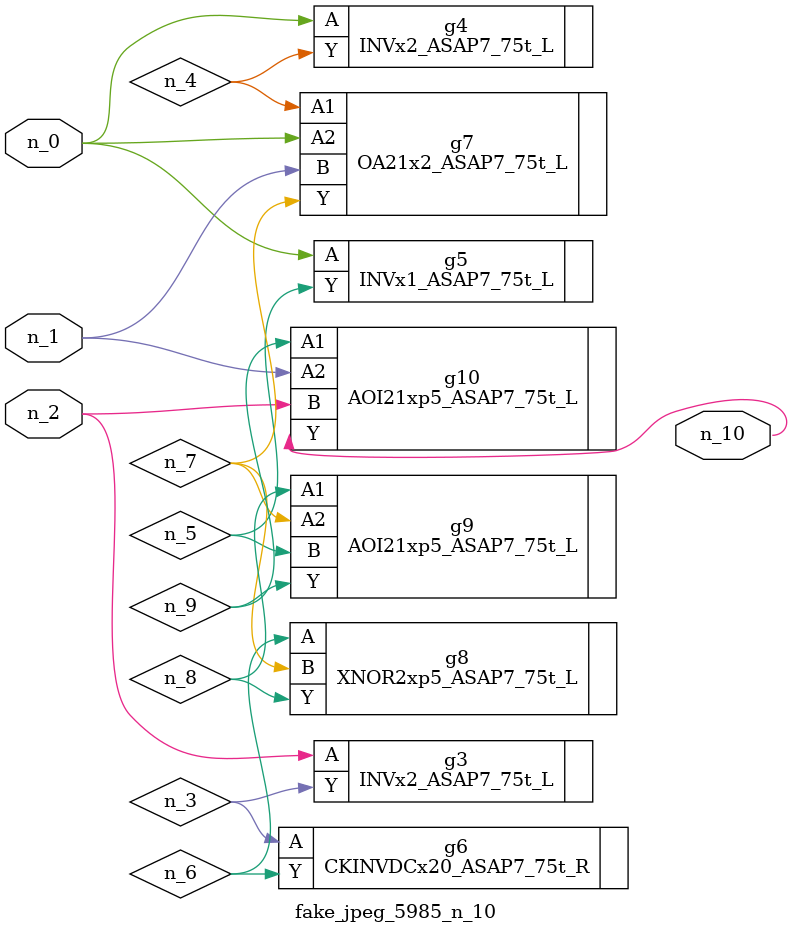
<source format=v>
module fake_jpeg_5985_n_10 (n_0, n_2, n_1, n_10);

input n_0;
input n_2;
input n_1;

output n_10;

wire n_3;
wire n_4;
wire n_8;
wire n_9;
wire n_6;
wire n_5;
wire n_7;

INVx2_ASAP7_75t_L g3 ( 
.A(n_2),
.Y(n_3)
);

INVx2_ASAP7_75t_L g4 ( 
.A(n_0),
.Y(n_4)
);

INVx1_ASAP7_75t_L g5 ( 
.A(n_0),
.Y(n_5)
);

CKINVDCx20_ASAP7_75t_R g6 ( 
.A(n_3),
.Y(n_6)
);

XNOR2xp5_ASAP7_75t_L g8 ( 
.A(n_6),
.B(n_7),
.Y(n_8)
);

OA21x2_ASAP7_75t_L g7 ( 
.A1(n_4),
.A2(n_0),
.B(n_1),
.Y(n_7)
);

AOI21xp5_ASAP7_75t_L g9 ( 
.A1(n_8),
.A2(n_7),
.B(n_5),
.Y(n_9)
);

AOI21xp5_ASAP7_75t_L g10 ( 
.A1(n_9),
.A2(n_1),
.B(n_2),
.Y(n_10)
);


endmodule
</source>
